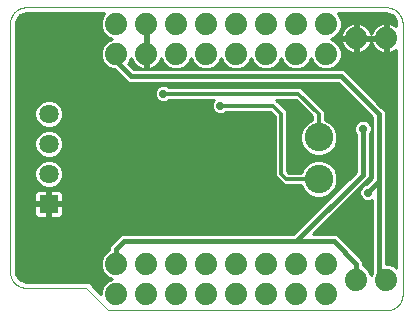
<source format=gbl>
G75*
%MOIN*%
%OFA0B0*%
%FSLAX25Y25*%
%IPPOS*%
%LPD*%
%AMOC8*
5,1,8,0,0,1.08239X$1,22.5*
%
%ADD10C,0.00100*%
%ADD11C,0.07400*%
%ADD12R,0.06425X0.06425*%
%ADD13C,0.06425*%
%ADD14C,0.09500*%
%ADD15C,0.01000*%
%ADD16C,0.02800*%
%ADD17C,0.01600*%
%ADD18C,0.01200*%
D10*
X0011500Y0013500D02*
X0031500Y0013500D01*
X0038750Y0006000D01*
X0131750Y0006000D01*
X0131895Y0006006D01*
X0132041Y0006015D01*
X0132186Y0006028D01*
X0132330Y0006045D01*
X0132474Y0006067D01*
X0132618Y0006091D01*
X0132761Y0006120D01*
X0132902Y0006153D01*
X0133043Y0006189D01*
X0133183Y0006230D01*
X0133322Y0006274D01*
X0133460Y0006322D01*
X0133596Y0006373D01*
X0133730Y0006428D01*
X0133864Y0006487D01*
X0133995Y0006550D01*
X0134125Y0006616D01*
X0134253Y0006685D01*
X0134379Y0006758D01*
X0134503Y0006834D01*
X0134625Y0006914D01*
X0134745Y0006997D01*
X0134862Y0007083D01*
X0134977Y0007172D01*
X0135090Y0007264D01*
X0135200Y0007360D01*
X0135307Y0007458D01*
X0135412Y0007559D01*
X0135514Y0007663D01*
X0135613Y0007770D01*
X0135709Y0007879D01*
X0135802Y0007991D01*
X0135892Y0008105D01*
X0135979Y0008222D01*
X0136063Y0008341D01*
X0136144Y0008462D01*
X0136221Y0008586D01*
X0136295Y0008711D01*
X0136365Y0008839D01*
X0136432Y0008968D01*
X0136495Y0009099D01*
X0136555Y0009232D01*
X0136612Y0009366D01*
X0136664Y0009502D01*
X0136713Y0009639D01*
X0136758Y0009777D01*
X0136799Y0009917D01*
X0136837Y0010058D01*
X0136871Y0010199D01*
X0136901Y0010342D01*
X0136927Y0010485D01*
X0136949Y0010629D01*
X0136967Y0010773D01*
X0136982Y0010918D01*
X0136992Y0011063D01*
X0136998Y0011209D01*
X0137001Y0011354D01*
X0137000Y0011500D01*
X0137000Y0101500D01*
X0137001Y0101500D02*
X0136997Y0101648D01*
X0136989Y0101795D01*
X0136978Y0101943D01*
X0136962Y0102090D01*
X0136943Y0102237D01*
X0136920Y0102384D01*
X0136893Y0102529D01*
X0136862Y0102674D01*
X0136827Y0102818D01*
X0136788Y0102961D01*
X0136746Y0103103D01*
X0136700Y0103243D01*
X0136650Y0103383D01*
X0136596Y0103521D01*
X0136539Y0103657D01*
X0136478Y0103792D01*
X0136413Y0103926D01*
X0136345Y0104057D01*
X0136274Y0104187D01*
X0136199Y0104315D01*
X0136120Y0104441D01*
X0136039Y0104564D01*
X0135954Y0104685D01*
X0135866Y0104805D01*
X0135775Y0104921D01*
X0135680Y0105035D01*
X0135583Y0105147D01*
X0135483Y0105256D01*
X0135380Y0105362D01*
X0135274Y0105466D01*
X0135165Y0105567D01*
X0135054Y0105664D01*
X0134940Y0105759D01*
X0134824Y0105851D01*
X0134705Y0105939D01*
X0134584Y0106025D01*
X0134461Y0106107D01*
X0134336Y0106186D01*
X0134208Y0106261D01*
X0134079Y0106333D01*
X0133947Y0106402D01*
X0133814Y0106467D01*
X0133680Y0106528D01*
X0133543Y0106586D01*
X0133405Y0106640D01*
X0133266Y0106691D01*
X0133126Y0106738D01*
X0132984Y0106781D01*
X0132841Y0106820D01*
X0132697Y0106856D01*
X0132553Y0106887D01*
X0132407Y0106915D01*
X0132261Y0106939D01*
X0132114Y0106959D01*
X0131967Y0106975D01*
X0131820Y0106987D01*
X0131672Y0106995D01*
X0131524Y0106999D01*
X0131375Y0107000D01*
X0011375Y0107000D01*
X0011229Y0106992D01*
X0011083Y0106979D01*
X0010937Y0106963D01*
X0010792Y0106943D01*
X0010647Y0106918D01*
X0010503Y0106891D01*
X0010360Y0106859D01*
X0010218Y0106823D01*
X0010077Y0106784D01*
X0009937Y0106741D01*
X0009798Y0106694D01*
X0009660Y0106643D01*
X0009524Y0106589D01*
X0009389Y0106532D01*
X0009256Y0106470D01*
X0009125Y0106405D01*
X0008995Y0106337D01*
X0008867Y0106265D01*
X0008741Y0106190D01*
X0008617Y0106112D01*
X0008496Y0106030D01*
X0008376Y0105945D01*
X0008259Y0105857D01*
X0008144Y0105766D01*
X0008032Y0105672D01*
X0007922Y0105575D01*
X0007815Y0105475D01*
X0007710Y0105372D01*
X0007609Y0105266D01*
X0007510Y0105158D01*
X0007414Y0105047D01*
X0007321Y0104934D01*
X0007231Y0104818D01*
X0007144Y0104700D01*
X0007061Y0104580D01*
X0006980Y0104457D01*
X0006903Y0104332D01*
X0006830Y0104206D01*
X0006759Y0104077D01*
X0006692Y0103946D01*
X0006629Y0103814D01*
X0006569Y0103680D01*
X0006513Y0103545D01*
X0006460Y0103408D01*
X0006411Y0103270D01*
X0006366Y0103131D01*
X0006324Y0102990D01*
X0006287Y0102849D01*
X0006253Y0102706D01*
X0006222Y0102563D01*
X0006196Y0102418D01*
X0006174Y0102273D01*
X0006155Y0102128D01*
X0006140Y0101982D01*
X0006129Y0101836D01*
X0006122Y0101690D01*
X0006119Y0101543D01*
X0006120Y0101396D01*
X0006125Y0101250D01*
X0006125Y0018750D01*
X0006124Y0018750D02*
X0006128Y0018607D01*
X0006136Y0018463D01*
X0006147Y0018320D01*
X0006162Y0018176D01*
X0006181Y0018034D01*
X0006204Y0017892D01*
X0006231Y0017750D01*
X0006262Y0017610D01*
X0006296Y0017470D01*
X0006335Y0017331D01*
X0006377Y0017194D01*
X0006422Y0017057D01*
X0006472Y0016922D01*
X0006525Y0016789D01*
X0006581Y0016656D01*
X0006642Y0016526D01*
X0006705Y0016397D01*
X0006773Y0016269D01*
X0006843Y0016144D01*
X0006917Y0016020D01*
X0006994Y0015899D01*
X0007075Y0015780D01*
X0007159Y0015663D01*
X0007245Y0015548D01*
X0007335Y0015436D01*
X0007428Y0015326D01*
X0007524Y0015219D01*
X0007623Y0015114D01*
X0007725Y0015012D01*
X0007829Y0014913D01*
X0007936Y0014817D01*
X0008045Y0014723D01*
X0008157Y0014633D01*
X0008272Y0014546D01*
X0008388Y0014462D01*
X0008507Y0014381D01*
X0008628Y0014303D01*
X0008752Y0014229D01*
X0008877Y0014158D01*
X0009004Y0014090D01*
X0009133Y0014026D01*
X0009263Y0013965D01*
X0009395Y0013908D01*
X0009529Y0013855D01*
X0009664Y0013805D01*
X0009800Y0013759D01*
X0009937Y0013716D01*
X0010076Y0013677D01*
X0010216Y0013642D01*
X0010356Y0013611D01*
X0010497Y0013584D01*
X0010639Y0013560D01*
X0010782Y0013541D01*
X0010925Y0013525D01*
X0011068Y0013513D01*
X0011212Y0013505D01*
X0011356Y0013501D01*
X0011500Y0013500D01*
D11*
X0041500Y0011500D03*
X0051500Y0011500D03*
X0061500Y0011500D03*
X0071500Y0011500D03*
X0081500Y0011500D03*
X0091500Y0011500D03*
X0101500Y0011500D03*
X0111500Y0011500D03*
X0121500Y0016250D03*
X0131500Y0016250D03*
X0111500Y0021500D03*
X0101500Y0021500D03*
X0091500Y0021500D03*
X0081500Y0021500D03*
X0071500Y0021500D03*
X0061500Y0021500D03*
X0051500Y0021500D03*
X0041500Y0021500D03*
X0041500Y0091500D03*
X0051500Y0091500D03*
X0061500Y0091500D03*
X0071500Y0091500D03*
X0081500Y0091500D03*
X0091500Y0091500D03*
X0101500Y0091500D03*
X0111500Y0091500D03*
X0121500Y0096750D03*
X0131500Y0096750D03*
X0111500Y0101500D03*
X0101500Y0101500D03*
X0091500Y0101500D03*
X0081500Y0101500D03*
X0071500Y0101500D03*
X0061500Y0101500D03*
X0051500Y0101500D03*
X0041500Y0101500D03*
D12*
X0019000Y0041500D03*
D13*
X0019000Y0051500D03*
X0019000Y0061500D03*
X0019000Y0071500D03*
D14*
X0109000Y0063587D03*
X0109000Y0049807D03*
D15*
X0114370Y0046440D02*
X0115688Y0046440D01*
X0114784Y0047439D02*
X0116686Y0047439D01*
X0117685Y0048437D02*
X0115198Y0048437D01*
X0115250Y0048564D02*
X0115250Y0051050D01*
X0114298Y0053347D01*
X0112540Y0055106D01*
X0110243Y0056057D01*
X0107757Y0056057D01*
X0105460Y0055106D01*
X0103702Y0053347D01*
X0103105Y0051907D01*
X0099063Y0051907D01*
X0098600Y0052370D01*
X0098600Y0072370D01*
X0097370Y0073600D01*
X0094820Y0076150D01*
X0101380Y0076150D01*
X0106900Y0070630D01*
X0106900Y0069482D01*
X0105460Y0068885D01*
X0103702Y0067127D01*
X0102750Y0064830D01*
X0102750Y0062343D01*
X0103702Y0060046D01*
X0105460Y0058288D01*
X0107757Y0057337D01*
X0110243Y0057337D01*
X0112540Y0058288D01*
X0114298Y0060046D01*
X0115250Y0062343D01*
X0115250Y0064830D01*
X0114298Y0067127D01*
X0112540Y0068885D01*
X0111100Y0069482D01*
X0111100Y0072370D01*
X0109870Y0073600D01*
X0103120Y0080350D01*
X0059251Y0080350D01*
X0058893Y0080708D01*
X0057827Y0081150D01*
X0056673Y0081150D01*
X0055607Y0080708D01*
X0054791Y0079893D01*
X0054350Y0078827D01*
X0054350Y0077673D01*
X0054791Y0076607D01*
X0055607Y0075791D01*
X0056673Y0075350D01*
X0057827Y0075350D01*
X0058893Y0075791D01*
X0059251Y0076150D01*
X0074049Y0076150D01*
X0073791Y0075893D01*
X0073350Y0074827D01*
X0073350Y0073673D01*
X0073791Y0072607D01*
X0074607Y0071791D01*
X0075673Y0071350D01*
X0076827Y0071350D01*
X0077893Y0071791D01*
X0078251Y0072150D01*
X0092880Y0072150D01*
X0094400Y0070630D01*
X0094400Y0050630D01*
X0096093Y0048937D01*
X0097323Y0047707D01*
X0103105Y0047707D01*
X0103702Y0046267D01*
X0105460Y0044509D01*
X0107757Y0043557D01*
X0110243Y0043557D01*
X0112540Y0044509D01*
X0114298Y0046267D01*
X0115250Y0048564D01*
X0115250Y0049436D02*
X0118683Y0049436D01*
X0119682Y0050434D02*
X0115250Y0050434D01*
X0115091Y0051433D02*
X0120680Y0051433D01*
X0121450Y0052203D02*
X0100547Y0031300D01*
X0044953Y0031300D01*
X0043047Y0031300D01*
X0040547Y0028800D01*
X0039200Y0027453D01*
X0039200Y0026176D01*
X0038554Y0025908D01*
X0037092Y0024446D01*
X0036300Y0022534D01*
X0036300Y0020466D01*
X0037092Y0018554D01*
X0038554Y0017092D01*
X0039983Y0016500D01*
X0038554Y0015908D01*
X0037092Y0014446D01*
X0036300Y0012534D01*
X0036300Y0011484D01*
X0033550Y0014329D01*
X0033550Y0014349D01*
X0032961Y0014938D01*
X0032384Y0015535D01*
X0032363Y0015536D01*
X0032349Y0015550D01*
X0031517Y0015550D01*
X0030686Y0015564D01*
X0030671Y0015550D01*
X0012335Y0015550D01*
X0012325Y0015560D01*
X0011488Y0015550D01*
X0011474Y0015550D01*
X0010839Y0015605D01*
X0009657Y0016078D01*
X0008746Y0016968D01*
X0008245Y0018138D01*
X0008175Y0018773D01*
X0008175Y0100455D01*
X0008211Y0100495D01*
X0008175Y0101297D01*
X0008175Y0101383D01*
X0008209Y0102020D01*
X0008667Y0103287D01*
X0009577Y0104283D01*
X0010798Y0104855D01*
X0011453Y0104950D01*
X0037596Y0104950D01*
X0037092Y0104446D01*
X0036300Y0102534D01*
X0036300Y0100466D01*
X0037092Y0098554D01*
X0038554Y0097092D01*
X0039983Y0096500D01*
X0038554Y0095908D01*
X0037092Y0094446D01*
X0036300Y0092534D01*
X0036300Y0090466D01*
X0037092Y0088554D01*
X0038554Y0087092D01*
X0040466Y0086300D01*
X0040947Y0086300D01*
X0044200Y0083047D01*
X0045547Y0081700D01*
X0115547Y0081700D01*
X0126700Y0070547D01*
X0126700Y0049953D01*
X0124879Y0048132D01*
X0123857Y0047708D01*
X0123041Y0046893D01*
X0122600Y0045827D01*
X0122600Y0044673D01*
X0123041Y0043607D01*
X0123857Y0042791D01*
X0124923Y0042350D01*
X0126077Y0042350D01*
X0126700Y0042608D01*
X0126700Y0018250D01*
X0126500Y0017767D01*
X0125908Y0019196D01*
X0124446Y0020658D01*
X0123800Y0020926D01*
X0123800Y0022453D01*
X0116300Y0029953D01*
X0114953Y0031300D01*
X0107053Y0031300D01*
X0126050Y0050297D01*
X0126050Y0064699D01*
X0126208Y0064857D01*
X0126650Y0065923D01*
X0126650Y0067077D01*
X0126208Y0068143D01*
X0125393Y0068958D01*
X0124327Y0069400D01*
X0123173Y0069400D01*
X0122107Y0068958D01*
X0121291Y0068143D01*
X0120850Y0067077D01*
X0120850Y0065923D01*
X0121291Y0064857D01*
X0121450Y0064699D01*
X0121450Y0052203D01*
X0121450Y0052432D02*
X0114678Y0052432D01*
X0114216Y0053430D02*
X0121450Y0053430D01*
X0121450Y0054429D02*
X0113217Y0054429D01*
X0111764Y0055427D02*
X0121450Y0055427D01*
X0121450Y0056426D02*
X0098600Y0056426D01*
X0098600Y0057424D02*
X0107546Y0057424D01*
X0106236Y0055427D02*
X0098600Y0055427D01*
X0098600Y0054429D02*
X0104783Y0054429D01*
X0103784Y0053430D02*
X0098600Y0053430D01*
X0098600Y0052432D02*
X0103322Y0052432D01*
X0103216Y0047439D02*
X0021510Y0047439D01*
X0021669Y0047505D02*
X0022995Y0048831D01*
X0023713Y0050563D01*
X0023713Y0052437D01*
X0022995Y0054169D01*
X0021669Y0055495D01*
X0019937Y0056213D01*
X0018063Y0056213D01*
X0016331Y0055495D01*
X0015005Y0054169D01*
X0014287Y0052437D01*
X0014287Y0050563D01*
X0015005Y0048831D01*
X0016331Y0047505D01*
X0018063Y0046787D01*
X0019937Y0046787D01*
X0021669Y0047505D01*
X0022602Y0048437D02*
X0096593Y0048437D01*
X0095594Y0049436D02*
X0023246Y0049436D01*
X0023660Y0050434D02*
X0094596Y0050434D01*
X0094400Y0051433D02*
X0023713Y0051433D01*
X0023713Y0052432D02*
X0094400Y0052432D01*
X0094400Y0053430D02*
X0023301Y0053430D01*
X0022736Y0054429D02*
X0094400Y0054429D01*
X0094400Y0055427D02*
X0021738Y0055427D01*
X0021474Y0057424D02*
X0094400Y0057424D01*
X0094400Y0056426D02*
X0008175Y0056426D01*
X0008175Y0057424D02*
X0016526Y0057424D01*
X0016331Y0057505D02*
X0018063Y0056787D01*
X0019937Y0056787D01*
X0021669Y0057505D01*
X0022995Y0058831D01*
X0023713Y0060563D01*
X0023713Y0062437D01*
X0022995Y0064169D01*
X0021669Y0065495D01*
X0019937Y0066213D01*
X0018063Y0066213D01*
X0016331Y0065495D01*
X0015005Y0064169D01*
X0014287Y0062437D01*
X0014287Y0060563D01*
X0015005Y0058831D01*
X0016331Y0057505D01*
X0015413Y0058423D02*
X0008175Y0058423D01*
X0008175Y0059421D02*
X0014760Y0059421D01*
X0014347Y0060420D02*
X0008175Y0060420D01*
X0008175Y0061418D02*
X0014287Y0061418D01*
X0014287Y0062417D02*
X0008175Y0062417D01*
X0008175Y0063415D02*
X0014692Y0063415D01*
X0015249Y0064414D02*
X0008175Y0064414D01*
X0008175Y0065412D02*
X0016248Y0065412D01*
X0016561Y0067409D02*
X0008175Y0067409D01*
X0008175Y0066411D02*
X0094400Y0066411D01*
X0094400Y0067409D02*
X0021439Y0067409D01*
X0021669Y0067505D02*
X0019937Y0066787D01*
X0018063Y0066787D01*
X0016331Y0067505D01*
X0015005Y0068831D01*
X0014287Y0070563D01*
X0014287Y0072437D01*
X0015005Y0074169D01*
X0016331Y0075495D01*
X0018063Y0076213D01*
X0019937Y0076213D01*
X0021669Y0075495D01*
X0022995Y0074169D01*
X0023713Y0072437D01*
X0023713Y0070563D01*
X0022995Y0068831D01*
X0021669Y0067505D01*
X0022572Y0068408D02*
X0094400Y0068408D01*
X0094400Y0069406D02*
X0023234Y0069406D01*
X0023647Y0070405D02*
X0094400Y0070405D01*
X0093627Y0071403D02*
X0076955Y0071403D01*
X0075545Y0071403D02*
X0023713Y0071403D01*
X0023713Y0072402D02*
X0073997Y0072402D01*
X0073463Y0073400D02*
X0023314Y0073400D01*
X0022766Y0074399D02*
X0073350Y0074399D01*
X0073586Y0075397D02*
X0057941Y0075397D01*
X0056559Y0075397D02*
X0021767Y0075397D01*
X0016233Y0075397D02*
X0008175Y0075397D01*
X0008175Y0074399D02*
X0015234Y0074399D01*
X0014686Y0073400D02*
X0008175Y0073400D01*
X0008175Y0072402D02*
X0014287Y0072402D01*
X0014287Y0071403D02*
X0008175Y0071403D01*
X0008175Y0070405D02*
X0014353Y0070405D01*
X0014766Y0069406D02*
X0008175Y0069406D01*
X0008175Y0068408D02*
X0015428Y0068408D01*
X0021752Y0065412D02*
X0094400Y0065412D01*
X0094400Y0064414D02*
X0022751Y0064414D01*
X0023308Y0063415D02*
X0094400Y0063415D01*
X0094400Y0062417D02*
X0023713Y0062417D01*
X0023713Y0061418D02*
X0094400Y0061418D01*
X0094400Y0060420D02*
X0023653Y0060420D01*
X0023240Y0059421D02*
X0094400Y0059421D01*
X0094400Y0058423D02*
X0022587Y0058423D01*
X0016262Y0055427D02*
X0008175Y0055427D01*
X0008175Y0054429D02*
X0015264Y0054429D01*
X0014699Y0053430D02*
X0008175Y0053430D01*
X0008175Y0052432D02*
X0014287Y0052432D01*
X0014287Y0051433D02*
X0008175Y0051433D01*
X0008175Y0050434D02*
X0014340Y0050434D01*
X0014754Y0049436D02*
X0008175Y0049436D01*
X0008175Y0048437D02*
X0015398Y0048437D01*
X0016490Y0047439D02*
X0008175Y0047439D01*
X0008175Y0046440D02*
X0103630Y0046440D01*
X0104526Y0045442D02*
X0023524Y0045442D01*
X0023610Y0045292D02*
X0023413Y0045634D01*
X0023134Y0045913D01*
X0022792Y0046110D01*
X0022410Y0046213D01*
X0019500Y0046213D01*
X0019500Y0042000D01*
X0018500Y0042000D01*
X0018500Y0046213D01*
X0015590Y0046213D01*
X0015208Y0046110D01*
X0014866Y0045913D01*
X0014587Y0045634D01*
X0014390Y0045292D01*
X0014287Y0044910D01*
X0014287Y0042000D01*
X0018500Y0042000D01*
X0018500Y0041000D01*
X0019500Y0041000D01*
X0019500Y0042000D01*
X0023713Y0042000D01*
X0023713Y0044910D01*
X0023610Y0045292D01*
X0023713Y0044443D02*
X0105617Y0044443D01*
X0109697Y0040449D02*
X0023713Y0040449D01*
X0023713Y0041000D02*
X0019500Y0041000D01*
X0019500Y0036787D01*
X0022410Y0036787D01*
X0022792Y0036890D01*
X0023134Y0037087D01*
X0023413Y0037366D01*
X0023610Y0037708D01*
X0023713Y0038090D01*
X0023713Y0041000D01*
X0023713Y0042446D02*
X0111694Y0042446D01*
X0110695Y0041448D02*
X0019500Y0041448D01*
X0019500Y0042446D02*
X0018500Y0042446D01*
X0018500Y0041448D02*
X0008175Y0041448D01*
X0008175Y0042446D02*
X0014287Y0042446D01*
X0014287Y0043445D02*
X0008175Y0043445D01*
X0008175Y0044443D02*
X0014287Y0044443D01*
X0014476Y0045442D02*
X0008175Y0045442D01*
X0014287Y0041000D02*
X0014287Y0038090D01*
X0014390Y0037708D01*
X0014587Y0037366D01*
X0014866Y0037087D01*
X0015208Y0036890D01*
X0015590Y0036787D01*
X0018500Y0036787D01*
X0018500Y0041000D01*
X0014287Y0041000D01*
X0014287Y0040449D02*
X0008175Y0040449D01*
X0008175Y0039451D02*
X0014287Y0039451D01*
X0014287Y0038452D02*
X0008175Y0038452D01*
X0008175Y0037454D02*
X0014537Y0037454D01*
X0018500Y0037454D02*
X0019500Y0037454D01*
X0019500Y0038452D02*
X0018500Y0038452D01*
X0018500Y0039451D02*
X0019500Y0039451D01*
X0019500Y0040449D02*
X0018500Y0040449D01*
X0018500Y0043445D02*
X0019500Y0043445D01*
X0019500Y0044443D02*
X0018500Y0044443D01*
X0018500Y0045442D02*
X0019500Y0045442D01*
X0023713Y0043445D02*
X0112692Y0043445D01*
X0112383Y0044443D02*
X0113691Y0044443D01*
X0113474Y0045442D02*
X0114689Y0045442D01*
X0118199Y0042446D02*
X0124690Y0042446D01*
X0126310Y0042446D02*
X0126700Y0042446D01*
X0126700Y0041448D02*
X0117201Y0041448D01*
X0116202Y0040449D02*
X0126700Y0040449D01*
X0126700Y0039451D02*
X0115204Y0039451D01*
X0114205Y0038452D02*
X0126700Y0038452D01*
X0126700Y0037454D02*
X0113207Y0037454D01*
X0112208Y0036455D02*
X0126700Y0036455D01*
X0126700Y0035457D02*
X0111209Y0035457D01*
X0110211Y0034458D02*
X0126700Y0034458D01*
X0126700Y0033460D02*
X0109212Y0033460D01*
X0108214Y0032461D02*
X0126700Y0032461D01*
X0126700Y0031463D02*
X0107215Y0031463D01*
X0103706Y0034458D02*
X0008175Y0034458D01*
X0008175Y0033460D02*
X0102707Y0033460D01*
X0101709Y0032461D02*
X0008175Y0032461D01*
X0008175Y0031463D02*
X0100710Y0031463D01*
X0104704Y0035457D02*
X0008175Y0035457D01*
X0008175Y0036455D02*
X0105703Y0036455D01*
X0106701Y0037454D02*
X0023463Y0037454D01*
X0023713Y0038452D02*
X0107700Y0038452D01*
X0108698Y0039451D02*
X0023713Y0039451D01*
X0008175Y0030464D02*
X0042212Y0030464D01*
X0041213Y0029466D02*
X0008175Y0029466D01*
X0008175Y0028467D02*
X0040215Y0028467D01*
X0039216Y0027469D02*
X0008175Y0027469D01*
X0008175Y0026470D02*
X0039200Y0026470D01*
X0038118Y0025472D02*
X0008175Y0025472D01*
X0008175Y0024473D02*
X0037119Y0024473D01*
X0036690Y0023475D02*
X0008175Y0023475D01*
X0008175Y0022476D02*
X0036300Y0022476D01*
X0036300Y0021478D02*
X0008175Y0021478D01*
X0008175Y0020479D02*
X0036300Y0020479D01*
X0036708Y0019481D02*
X0008175Y0019481D01*
X0008207Y0018482D02*
X0037164Y0018482D01*
X0038162Y0017484D02*
X0008525Y0017484D01*
X0009240Y0016485D02*
X0039947Y0016485D01*
X0038133Y0015487D02*
X0032431Y0015487D01*
X0033411Y0014488D02*
X0037134Y0014488D01*
X0036696Y0013490D02*
X0034361Y0013490D01*
X0035327Y0012491D02*
X0036300Y0012491D01*
X0036292Y0011493D02*
X0036300Y0011493D01*
X0098600Y0058423D02*
X0105325Y0058423D01*
X0104327Y0059421D02*
X0098600Y0059421D01*
X0098600Y0060420D02*
X0103547Y0060420D01*
X0103133Y0061418D02*
X0098600Y0061418D01*
X0098600Y0062417D02*
X0102750Y0062417D01*
X0102750Y0063415D02*
X0098600Y0063415D01*
X0098600Y0064414D02*
X0102750Y0064414D01*
X0102991Y0065412D02*
X0098600Y0065412D01*
X0098600Y0066411D02*
X0103405Y0066411D01*
X0103984Y0067409D02*
X0098600Y0067409D01*
X0098600Y0068408D02*
X0104982Y0068408D01*
X0106718Y0069406D02*
X0098600Y0069406D01*
X0098600Y0070405D02*
X0106900Y0070405D01*
X0106127Y0071403D02*
X0098600Y0071403D01*
X0098568Y0072402D02*
X0105128Y0072402D01*
X0104130Y0073400D02*
X0097570Y0073400D01*
X0096571Y0074399D02*
X0103131Y0074399D01*
X0102133Y0075397D02*
X0095573Y0075397D01*
X0104079Y0079391D02*
X0117856Y0079391D01*
X0118855Y0078393D02*
X0105077Y0078393D01*
X0106076Y0077394D02*
X0119853Y0077394D01*
X0120852Y0076396D02*
X0107074Y0076396D01*
X0108073Y0075397D02*
X0121850Y0075397D01*
X0122849Y0074399D02*
X0109071Y0074399D01*
X0110070Y0073400D02*
X0123847Y0073400D01*
X0124846Y0072402D02*
X0111068Y0072402D01*
X0111100Y0071403D02*
X0125844Y0071403D01*
X0126700Y0070405D02*
X0111100Y0070405D01*
X0111282Y0069406D02*
X0126700Y0069406D01*
X0126700Y0068408D02*
X0125944Y0068408D01*
X0126512Y0067409D02*
X0126700Y0067409D01*
X0126700Y0066411D02*
X0126650Y0066411D01*
X0126700Y0065412D02*
X0126438Y0065412D01*
X0126700Y0064414D02*
X0126050Y0064414D01*
X0126050Y0063415D02*
X0126700Y0063415D01*
X0126700Y0062417D02*
X0126050Y0062417D01*
X0126050Y0061418D02*
X0126700Y0061418D01*
X0126700Y0060420D02*
X0126050Y0060420D01*
X0126050Y0059421D02*
X0126700Y0059421D01*
X0126700Y0058423D02*
X0126050Y0058423D01*
X0126050Y0057424D02*
X0126700Y0057424D01*
X0126700Y0056426D02*
X0126050Y0056426D01*
X0126050Y0055427D02*
X0126700Y0055427D01*
X0126700Y0054429D02*
X0126050Y0054429D01*
X0126050Y0053430D02*
X0126700Y0053430D01*
X0126700Y0052432D02*
X0126050Y0052432D01*
X0126050Y0051433D02*
X0126700Y0051433D01*
X0126700Y0050434D02*
X0126050Y0050434D01*
X0126183Y0049436D02*
X0125189Y0049436D01*
X0125185Y0048437D02*
X0124190Y0048437D01*
X0123588Y0047439D02*
X0123192Y0047439D01*
X0122854Y0046440D02*
X0122193Y0046440D01*
X0122600Y0045442D02*
X0121195Y0045442D01*
X0120196Y0044443D02*
X0122695Y0044443D01*
X0123204Y0043445D02*
X0119198Y0043445D01*
X0131300Y0043445D02*
X0134950Y0043445D01*
X0134950Y0044443D02*
X0131300Y0044443D01*
X0131300Y0045442D02*
X0134950Y0045442D01*
X0134950Y0046440D02*
X0131300Y0046440D01*
X0131300Y0047439D02*
X0134950Y0047439D01*
X0134950Y0048437D02*
X0131300Y0048437D01*
X0131300Y0049436D02*
X0134950Y0049436D01*
X0134950Y0050434D02*
X0131300Y0050434D01*
X0131300Y0049953D02*
X0131300Y0072453D01*
X0129953Y0073800D01*
X0129953Y0073800D01*
X0118800Y0084953D01*
X0117453Y0086300D01*
X0047453Y0086300D01*
X0045553Y0088199D01*
X0045908Y0088554D01*
X0046514Y0090017D01*
X0046681Y0089504D01*
X0047053Y0088775D01*
X0047534Y0088112D01*
X0048112Y0087534D01*
X0048775Y0087053D01*
X0049504Y0086681D01*
X0050282Y0086428D01*
X0051000Y0086314D01*
X0051000Y0091000D01*
X0052000Y0091000D01*
X0052000Y0086314D01*
X0052718Y0086428D01*
X0053496Y0086681D01*
X0054225Y0087053D01*
X0054888Y0087534D01*
X0055466Y0088112D01*
X0055947Y0088775D01*
X0056319Y0089504D01*
X0056486Y0090017D01*
X0057092Y0088554D01*
X0058554Y0087092D01*
X0060466Y0086300D01*
X0062534Y0086300D01*
X0064446Y0087092D01*
X0065908Y0088554D01*
X0066500Y0089983D01*
X0067092Y0088554D01*
X0068554Y0087092D01*
X0070466Y0086300D01*
X0072534Y0086300D01*
X0074446Y0087092D01*
X0075908Y0088554D01*
X0076500Y0089983D01*
X0077092Y0088554D01*
X0078554Y0087092D01*
X0080466Y0086300D01*
X0082534Y0086300D01*
X0084446Y0087092D01*
X0085908Y0088554D01*
X0086500Y0089983D01*
X0087092Y0088554D01*
X0088554Y0087092D01*
X0090466Y0086300D01*
X0092534Y0086300D01*
X0094446Y0087092D01*
X0095908Y0088554D01*
X0096500Y0089983D01*
X0097092Y0088554D01*
X0098554Y0087092D01*
X0100466Y0086300D01*
X0102534Y0086300D01*
X0104446Y0087092D01*
X0105908Y0088554D01*
X0106500Y0089983D01*
X0107092Y0088554D01*
X0108554Y0087092D01*
X0110466Y0086300D01*
X0112534Y0086300D01*
X0114446Y0087092D01*
X0115908Y0088554D01*
X0116700Y0090466D01*
X0116700Y0092534D01*
X0115908Y0094446D01*
X0114446Y0095908D01*
X0113017Y0096500D01*
X0114446Y0097092D01*
X0115908Y0098554D01*
X0116700Y0100466D01*
X0116700Y0102534D01*
X0115908Y0104446D01*
X0115404Y0104950D01*
X0130539Y0104950D01*
X0130549Y0104941D01*
X0131386Y0104950D01*
X0131400Y0104950D01*
X0132084Y0104890D01*
X0133356Y0104380D01*
X0134336Y0103422D01*
X0134875Y0102161D01*
X0134950Y0101478D01*
X0134950Y0100654D01*
X0134888Y0100716D01*
X0134225Y0101197D01*
X0133496Y0101569D01*
X0132718Y0101822D01*
X0132000Y0101936D01*
X0132000Y0097250D01*
X0131000Y0097250D01*
X0131000Y0101936D01*
X0130282Y0101822D01*
X0129504Y0101569D01*
X0128775Y0101197D01*
X0128112Y0100716D01*
X0127534Y0100138D01*
X0127053Y0099475D01*
X0126681Y0098746D01*
X0126500Y0098189D01*
X0126319Y0098746D01*
X0125947Y0099475D01*
X0125466Y0100138D01*
X0124888Y0100716D01*
X0124225Y0101197D01*
X0123496Y0101569D01*
X0122718Y0101822D01*
X0122000Y0101936D01*
X0122000Y0097250D01*
X0126686Y0097250D01*
X0131000Y0097250D01*
X0131000Y0096250D01*
X0122000Y0096250D01*
X0122000Y0097250D01*
X0121000Y0097250D01*
X0121000Y0101936D01*
X0120282Y0101822D01*
X0119504Y0101569D01*
X0118775Y0101197D01*
X0118112Y0100716D01*
X0117534Y0100138D01*
X0117053Y0099475D01*
X0116681Y0098746D01*
X0116428Y0097968D01*
X0116314Y0097250D01*
X0121000Y0097250D01*
X0121000Y0096250D01*
X0122000Y0096250D01*
X0122000Y0091564D01*
X0122718Y0091678D01*
X0123496Y0091931D01*
X0124225Y0092303D01*
X0124888Y0092784D01*
X0125466Y0093362D01*
X0125947Y0094025D01*
X0126319Y0094754D01*
X0126500Y0095311D01*
X0126681Y0094754D01*
X0127053Y0094025D01*
X0127534Y0093362D01*
X0128112Y0092784D01*
X0128775Y0092303D01*
X0129504Y0091931D01*
X0130282Y0091678D01*
X0131000Y0091564D01*
X0131000Y0096250D01*
X0132000Y0096250D01*
X0132000Y0091564D01*
X0132718Y0091678D01*
X0133496Y0091931D01*
X0134225Y0092303D01*
X0134888Y0092784D01*
X0134950Y0092846D01*
X0134950Y0020154D01*
X0134446Y0020658D01*
X0132534Y0021450D01*
X0131300Y0021450D01*
X0131300Y0049953D01*
X0131300Y0051433D02*
X0134950Y0051433D01*
X0134950Y0052432D02*
X0131300Y0052432D01*
X0131300Y0053430D02*
X0134950Y0053430D01*
X0134950Y0054429D02*
X0131300Y0054429D01*
X0131300Y0055427D02*
X0134950Y0055427D01*
X0134950Y0056426D02*
X0131300Y0056426D01*
X0131300Y0057424D02*
X0134950Y0057424D01*
X0134950Y0058423D02*
X0131300Y0058423D01*
X0131300Y0059421D02*
X0134950Y0059421D01*
X0134950Y0060420D02*
X0131300Y0060420D01*
X0131300Y0061418D02*
X0134950Y0061418D01*
X0134950Y0062417D02*
X0131300Y0062417D01*
X0131300Y0063415D02*
X0134950Y0063415D01*
X0134950Y0064414D02*
X0131300Y0064414D01*
X0131300Y0065412D02*
X0134950Y0065412D01*
X0134950Y0066411D02*
X0131300Y0066411D01*
X0131300Y0067409D02*
X0134950Y0067409D01*
X0134950Y0068408D02*
X0131300Y0068408D01*
X0131300Y0069406D02*
X0134950Y0069406D01*
X0134950Y0070405D02*
X0131300Y0070405D01*
X0131300Y0071403D02*
X0134950Y0071403D01*
X0134950Y0072402D02*
X0131300Y0072402D01*
X0130352Y0073400D02*
X0134950Y0073400D01*
X0134950Y0074399D02*
X0129354Y0074399D01*
X0128355Y0075397D02*
X0134950Y0075397D01*
X0134950Y0076396D02*
X0127357Y0076396D01*
X0126358Y0077394D02*
X0134950Y0077394D01*
X0134950Y0078393D02*
X0125360Y0078393D01*
X0124361Y0079391D02*
X0134950Y0079391D01*
X0134950Y0080390D02*
X0123363Y0080390D01*
X0122364Y0081388D02*
X0134950Y0081388D01*
X0134950Y0082387D02*
X0121366Y0082387D01*
X0120367Y0083385D02*
X0134950Y0083385D01*
X0134950Y0084384D02*
X0119369Y0084384D01*
X0118800Y0084953D02*
X0118800Y0084953D01*
X0118370Y0085382D02*
X0134950Y0085382D01*
X0134950Y0086381D02*
X0112730Y0086381D01*
X0110270Y0086381D02*
X0102730Y0086381D01*
X0100270Y0086381D02*
X0092730Y0086381D01*
X0090270Y0086381D02*
X0082730Y0086381D01*
X0080270Y0086381D02*
X0072730Y0086381D01*
X0070270Y0086381D02*
X0062730Y0086381D01*
X0060270Y0086381D02*
X0052420Y0086381D01*
X0052000Y0086381D02*
X0051000Y0086381D01*
X0050580Y0086381D02*
X0047372Y0086381D01*
X0048325Y0087379D02*
X0046373Y0087379D01*
X0045732Y0088378D02*
X0047341Y0088378D01*
X0046746Y0089376D02*
X0046249Y0089376D01*
X0051000Y0089376D02*
X0052000Y0089376D01*
X0052000Y0088378D02*
X0051000Y0088378D01*
X0051000Y0087379D02*
X0052000Y0087379D01*
X0054675Y0087379D02*
X0058267Y0087379D01*
X0057268Y0088378D02*
X0055659Y0088378D01*
X0056254Y0089376D02*
X0056751Y0089376D01*
X0052000Y0090375D02*
X0051000Y0090375D01*
X0051000Y0092000D02*
X0051000Y0096314D01*
X0051000Y0101000D01*
X0052000Y0101000D01*
X0052000Y0092000D01*
X0051000Y0092000D01*
X0051000Y0092372D02*
X0052000Y0092372D01*
X0052000Y0093370D02*
X0051000Y0093370D01*
X0051000Y0094369D02*
X0052000Y0094369D01*
X0052000Y0095368D02*
X0051000Y0095368D01*
X0051000Y0096366D02*
X0052000Y0096366D01*
X0052000Y0097365D02*
X0051000Y0097365D01*
X0051000Y0098363D02*
X0052000Y0098363D01*
X0052000Y0099362D02*
X0051000Y0099362D01*
X0051000Y0100360D02*
X0052000Y0100360D01*
X0039659Y0096366D02*
X0008175Y0096366D01*
X0008175Y0095368D02*
X0038014Y0095368D01*
X0037060Y0094369D02*
X0008175Y0094369D01*
X0008175Y0093370D02*
X0036646Y0093370D01*
X0036300Y0092372D02*
X0008175Y0092372D01*
X0008175Y0091373D02*
X0036300Y0091373D01*
X0036338Y0090375D02*
X0008175Y0090375D01*
X0008175Y0089376D02*
X0036751Y0089376D01*
X0037268Y0088378D02*
X0008175Y0088378D01*
X0008175Y0087379D02*
X0038267Y0087379D01*
X0040270Y0086381D02*
X0008175Y0086381D01*
X0008175Y0085382D02*
X0041865Y0085382D01*
X0042863Y0084384D02*
X0008175Y0084384D01*
X0008175Y0083385D02*
X0043862Y0083385D01*
X0044860Y0082387D02*
X0008175Y0082387D01*
X0008175Y0081388D02*
X0115859Y0081388D01*
X0116857Y0080390D02*
X0059211Y0080390D01*
X0055289Y0080390D02*
X0008175Y0080390D01*
X0008175Y0079391D02*
X0054584Y0079391D01*
X0054350Y0078393D02*
X0008175Y0078393D01*
X0008175Y0077394D02*
X0054465Y0077394D01*
X0055003Y0076396D02*
X0008175Y0076396D01*
X0008175Y0097365D02*
X0038282Y0097365D01*
X0037283Y0098363D02*
X0008175Y0098363D01*
X0008175Y0099362D02*
X0036757Y0099362D01*
X0036344Y0100360D02*
X0008175Y0100360D01*
X0008175Y0101359D02*
X0036300Y0101359D01*
X0036300Y0102357D02*
X0008331Y0102357D01*
X0008730Y0103356D02*
X0036640Y0103356D01*
X0037054Y0104354D02*
X0009728Y0104354D01*
X0064733Y0087379D02*
X0068267Y0087379D01*
X0067268Y0088378D02*
X0065732Y0088378D01*
X0066249Y0089376D02*
X0066751Y0089376D01*
X0074733Y0087379D02*
X0078267Y0087379D01*
X0077268Y0088378D02*
X0075732Y0088378D01*
X0076249Y0089376D02*
X0076751Y0089376D01*
X0084733Y0087379D02*
X0088267Y0087379D01*
X0087268Y0088378D02*
X0085732Y0088378D01*
X0086249Y0089376D02*
X0086751Y0089376D01*
X0094733Y0087379D02*
X0098267Y0087379D01*
X0097268Y0088378D02*
X0095732Y0088378D01*
X0096249Y0089376D02*
X0096751Y0089376D01*
X0104733Y0087379D02*
X0108267Y0087379D01*
X0107268Y0088378D02*
X0105732Y0088378D01*
X0106249Y0089376D02*
X0106751Y0089376D01*
X0114733Y0087379D02*
X0134950Y0087379D01*
X0134950Y0088378D02*
X0115732Y0088378D01*
X0116249Y0089376D02*
X0134950Y0089376D01*
X0134950Y0090375D02*
X0116662Y0090375D01*
X0116700Y0091373D02*
X0134950Y0091373D01*
X0134950Y0092372D02*
X0134321Y0092372D01*
X0132000Y0092372D02*
X0131000Y0092372D01*
X0131000Y0093370D02*
X0132000Y0093370D01*
X0132000Y0094369D02*
X0131000Y0094369D01*
X0131000Y0095368D02*
X0132000Y0095368D01*
X0131000Y0096366D02*
X0122000Y0096366D01*
X0122000Y0095368D02*
X0121000Y0095368D01*
X0121000Y0096250D02*
X0121000Y0091564D01*
X0120282Y0091678D01*
X0119504Y0091931D01*
X0118775Y0092303D01*
X0118112Y0092784D01*
X0117534Y0093362D01*
X0117053Y0094025D01*
X0116681Y0094754D01*
X0116428Y0095532D01*
X0116314Y0096250D01*
X0121000Y0096250D01*
X0121000Y0096366D02*
X0113341Y0096366D01*
X0114718Y0097365D02*
X0116333Y0097365D01*
X0116557Y0098363D02*
X0115717Y0098363D01*
X0116243Y0099362D02*
X0116995Y0099362D01*
X0116656Y0100360D02*
X0117756Y0100360D01*
X0116700Y0101359D02*
X0119091Y0101359D01*
X0121000Y0101359D02*
X0122000Y0101359D01*
X0122000Y0100360D02*
X0121000Y0100360D01*
X0121000Y0099362D02*
X0122000Y0099362D01*
X0122000Y0098363D02*
X0121000Y0098363D01*
X0121000Y0097365D02*
X0122000Y0097365D01*
X0125244Y0100360D02*
X0127756Y0100360D01*
X0126995Y0099362D02*
X0126005Y0099362D01*
X0126443Y0098363D02*
X0126557Y0098363D01*
X0129091Y0101359D02*
X0123909Y0101359D01*
X0131000Y0101359D02*
X0132000Y0101359D01*
X0132000Y0100360D02*
X0131000Y0100360D01*
X0131000Y0099362D02*
X0132000Y0099362D01*
X0132000Y0098363D02*
X0131000Y0098363D01*
X0131000Y0097365D02*
X0132000Y0097365D01*
X0133909Y0101359D02*
X0134950Y0101359D01*
X0134791Y0102357D02*
X0116700Y0102357D01*
X0116360Y0103356D02*
X0134365Y0103356D01*
X0133383Y0104354D02*
X0115946Y0104354D01*
X0116482Y0095368D02*
X0114986Y0095368D01*
X0115940Y0094369D02*
X0116877Y0094369D01*
X0116354Y0093370D02*
X0117528Y0093370D01*
X0116700Y0092372D02*
X0118679Y0092372D01*
X0121000Y0092372D02*
X0122000Y0092372D01*
X0122000Y0093370D02*
X0121000Y0093370D01*
X0121000Y0094369D02*
X0122000Y0094369D01*
X0124321Y0092372D02*
X0128679Y0092372D01*
X0127528Y0093370D02*
X0125472Y0093370D01*
X0126123Y0094369D02*
X0126877Y0094369D01*
X0121556Y0068408D02*
X0113018Y0068408D01*
X0114016Y0067409D02*
X0120988Y0067409D01*
X0120850Y0066411D02*
X0114595Y0066411D01*
X0115009Y0065412D02*
X0121062Y0065412D01*
X0121450Y0064414D02*
X0115250Y0064414D01*
X0115250Y0063415D02*
X0121450Y0063415D01*
X0121450Y0062417D02*
X0115250Y0062417D01*
X0114867Y0061418D02*
X0121450Y0061418D01*
X0121450Y0060420D02*
X0114453Y0060420D01*
X0113673Y0059421D02*
X0121450Y0059421D01*
X0121450Y0058423D02*
X0112675Y0058423D01*
X0110454Y0057424D02*
X0121450Y0057424D01*
X0131300Y0042446D02*
X0134950Y0042446D01*
X0134950Y0041448D02*
X0131300Y0041448D01*
X0131300Y0040449D02*
X0134950Y0040449D01*
X0134950Y0039451D02*
X0131300Y0039451D01*
X0131300Y0038452D02*
X0134950Y0038452D01*
X0134950Y0037454D02*
X0131300Y0037454D01*
X0131300Y0036455D02*
X0134950Y0036455D01*
X0134950Y0035457D02*
X0131300Y0035457D01*
X0131300Y0034458D02*
X0134950Y0034458D01*
X0134950Y0033460D02*
X0131300Y0033460D01*
X0131300Y0032461D02*
X0134950Y0032461D01*
X0134950Y0031463D02*
X0131300Y0031463D01*
X0131300Y0030464D02*
X0134950Y0030464D01*
X0134950Y0029466D02*
X0131300Y0029466D01*
X0131300Y0028467D02*
X0134950Y0028467D01*
X0134950Y0027469D02*
X0131300Y0027469D01*
X0131300Y0026470D02*
X0134950Y0026470D01*
X0134950Y0025472D02*
X0131300Y0025472D01*
X0131300Y0024473D02*
X0134950Y0024473D01*
X0134950Y0023475D02*
X0131300Y0023475D01*
X0131300Y0022476D02*
X0134950Y0022476D01*
X0134950Y0021478D02*
X0131300Y0021478D01*
X0134625Y0020479D02*
X0134950Y0020479D01*
X0126700Y0020479D02*
X0124625Y0020479D01*
X0123800Y0021478D02*
X0126700Y0021478D01*
X0126700Y0022476D02*
X0123776Y0022476D01*
X0122778Y0023475D02*
X0126700Y0023475D01*
X0126700Y0024473D02*
X0121779Y0024473D01*
X0120781Y0025472D02*
X0126700Y0025472D01*
X0126700Y0026470D02*
X0119782Y0026470D01*
X0118784Y0027469D02*
X0126700Y0027469D01*
X0126700Y0028467D02*
X0117785Y0028467D01*
X0116787Y0029466D02*
X0126700Y0029466D01*
X0126700Y0030464D02*
X0115788Y0030464D01*
X0125623Y0019481D02*
X0126700Y0019481D01*
X0126700Y0018482D02*
X0126204Y0018482D01*
D16*
X0118625Y0032375D03*
X0125500Y0045250D03*
X0123750Y0066500D03*
X0091500Y0046500D03*
X0080000Y0048000D03*
X0069750Y0047500D03*
X0058000Y0034000D03*
X0046000Y0052500D03*
X0025000Y0067625D03*
X0012000Y0089500D03*
X0057250Y0078250D03*
X0076250Y0074250D03*
X0078500Y0067500D03*
X0090000Y0065000D03*
X0096000Y0032500D03*
X0032750Y0017500D03*
D17*
X0041500Y0021500D02*
X0041500Y0026500D01*
X0044000Y0029000D01*
X0101500Y0029000D01*
X0114000Y0029000D01*
X0121500Y0021500D01*
X0121500Y0016250D01*
X0129000Y0018750D02*
X0131500Y0016250D01*
X0129000Y0018750D02*
X0129000Y0049000D01*
X0125500Y0045500D01*
X0125500Y0045250D01*
X0129000Y0049000D02*
X0129000Y0071500D01*
X0116500Y0084000D01*
X0046500Y0084000D01*
X0041500Y0089000D01*
X0041500Y0091500D01*
X0101500Y0029000D02*
X0123750Y0051250D01*
X0123750Y0066500D01*
D18*
X0109000Y0063587D02*
X0109000Y0071500D01*
X0102250Y0078250D01*
X0057250Y0078250D01*
X0076250Y0074250D02*
X0093750Y0074250D01*
X0096500Y0071500D01*
X0096500Y0051500D01*
X0098193Y0049807D01*
X0109000Y0049807D01*
M02*

</source>
